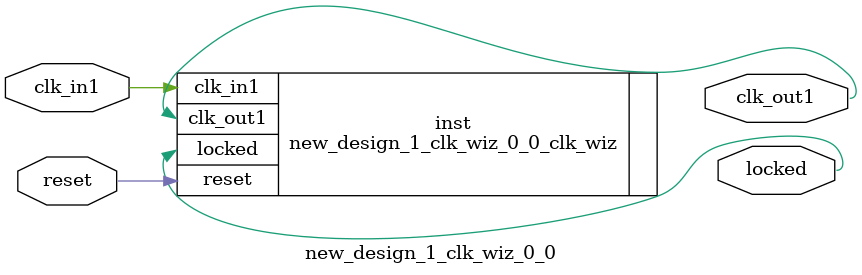
<source format=v>


`timescale 1ps/1ps

(* CORE_GENERATION_INFO = "new_design_1_clk_wiz_0_0,clk_wiz_v5_4_3_0,{component_name=new_design_1_clk_wiz_0_0,use_phase_alignment=true,use_min_o_jitter=false,use_max_i_jitter=false,use_dyn_phase_shift=false,use_inclk_switchover=false,use_dyn_reconfig=false,enable_axi=0,feedback_source=FDBK_AUTO,PRIMITIVE=MMCM,num_out_clk=1,clkin1_period=10.000,clkin2_period=10.000,use_power_down=false,use_reset=true,use_locked=true,use_inclk_stopped=false,feedback_type=SINGLE,CLOCK_MGR_TYPE=NA,manual_override=false}" *)

module new_design_1_clk_wiz_0_0 
 (
  // Clock out ports
  output        clk_out1,
  // Status and control signals
  input         reset,
  output        locked,
 // Clock in ports
  input         clk_in1
 );

  new_design_1_clk_wiz_0_0_clk_wiz inst
  (
  // Clock out ports  
  .clk_out1(clk_out1),
  // Status and control signals               
  .reset(reset), 
  .locked(locked),
 // Clock in ports
  .clk_in1(clk_in1)
  );

endmodule

</source>
